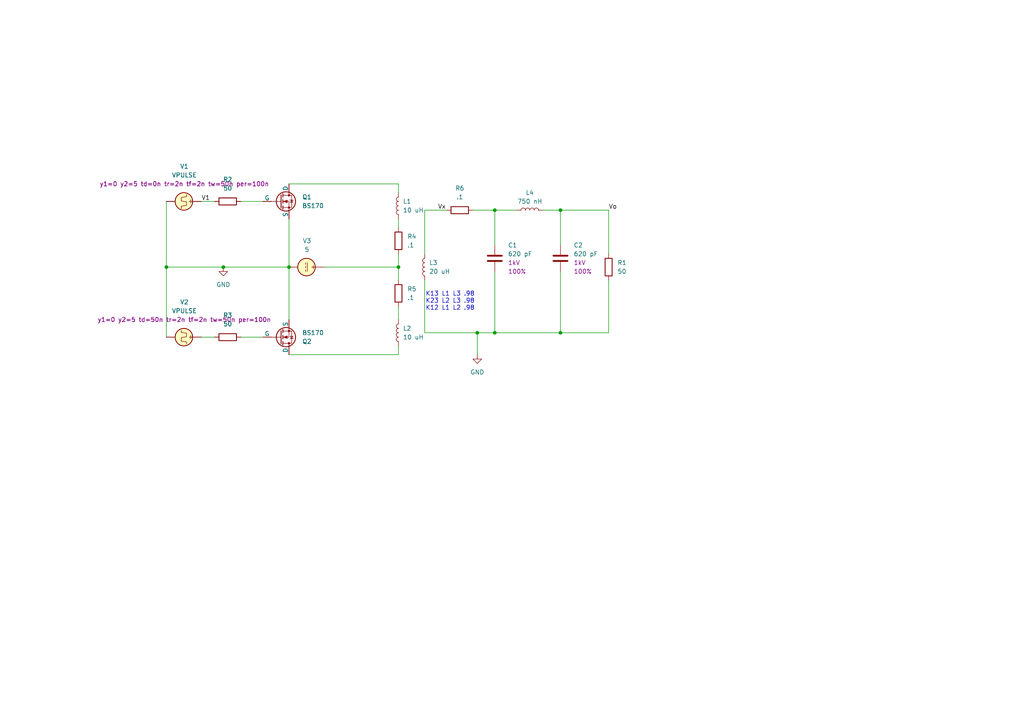
<source format=kicad_sch>
(kicad_sch (version 20231120) (generator "eeschema") (generator_version "8.0")
  (paper "A4")
  (lib_symbols
    (symbol "Device:R" (pin_numbers hide) (pin_names (offset 0))
      (property "Reference" "R" (at 2.032 0 90))
      (property "Value" "R" (at 0 0 90))
      (symbol "R_0_1"
        (rectangle (start -1.016 -2.54) (end 1.016 2.54) (stroke (width 0.254)))
      )
      (symbol "R_1_1"
        (pin passive line (at 0 3.81 270) (length 1.27) (name "~") (number "1"))
        (pin passive line (at 0 -3.81 90) (length 1.27) (name "~") (number "2"))
      )
    )
    (symbol "Simulation_SPICE:NMOS" (pin_numbers hide) (pin_names (offset 0))
      (property "Reference" "Q" (at 5.08 1.27 0))
      (property "Value" "NMOS" (at 5.08 -1.27 0))
      (symbol "NMOS_0_1"
        (polyline (pts (xy 0.254 0) (xy -2.54 0)))
        (polyline (pts (xy 0.254 1.905) (xy 0.254 -1.905)) (stroke (width 0.254)))
        (polyline (pts (xy 0.762 -1.27) (xy 0.762 -2.286)) (stroke (width 0.254)))
        (polyline (pts (xy 0.762 0.508) (xy 0.762 -0.508)) (stroke (width 0.254)))
        (polyline (pts (xy 0.762 2.286) (xy 0.762 1.27)) (stroke (width 0.254)))
        (polyline (pts (xy 2.54 2.54) (xy 2.54 1.778)))
        (polyline (pts (xy 2.54 -2.54) (xy 2.54 0) (xy 0.762 0)))
        (polyline (pts (xy 0.762 -1.778) (xy 3.302 -1.778) (xy 3.302 1.778) (xy 0.762 1.778)))
        (polyline (pts (xy 1.016 0) (xy 2.032 0.381) (xy 2.032 -0.381) (xy 1.016 0)) (fill (type outline)))
        (polyline (pts (xy 2.794 0.508) (xy 2.921 0.381) (xy 3.683 0.381) (xy 3.81 0.254)))
        (polyline (pts (xy 3.302 0.381) (xy 2.921 -0.254) (xy 3.683 -0.254) (xy 3.302 0.381)))
        (circle (center 1.651 0) (radius 2.794) (stroke (width 0.254)))
        (circle (center 2.54 -1.778) (radius 0.254) (fill (type outline)))
        (circle (center 2.54 1.778) (radius 0.254) (fill (type outline)))
      )
      (symbol "NMOS_1_1"
        (pin passive line (at 2.54 5.08 270) (length 2.54) (name "D") (number "1"))
        (pin input line (at -5.08 0 0) (length 2.54) (name "G") (number "2"))
        (pin passive line (at 2.54 -5.08 90) (length 2.54) (name "S") (number "3"))
      )
    )
    (symbol "Simulation_SPICE:VDC" (pin_numbers hide) (pin_names (offset 0.0254))
      (property "Reference" "V" (at 2.54 2.54 0))
      (property "Value" "1" (at 2.54 0 0))
      (symbol "VDC_0_0"
        (polyline (pts (xy -1.27 0.254) (xy 1.27 0.254)))
        (polyline (pts (xy -0.762 -0.254) (xy -1.27 -0.254)))
        (polyline (pts (xy 0.254 -0.254) (xy -0.254 -0.254)))
        (polyline (pts (xy 1.27 -0.254) (xy 0.762 -0.254)))
        (text "+" (at 0 1.905 0) (effects (font (size 1.27 1.27))))
      )
      (symbol "VDC_0_1"
        (circle (center 0 0) (radius 2.54) (stroke (width 0.254)) (fill (type background)))
      )
      (symbol "VDC_1_1"
        (pin passive line (at 0 5.08 270) (length 2.54) (name "~") (number "1"))
        (pin passive line (at 0 -5.08 90) (length 2.54) (name "~") (number "2"))
      )
    )
    (symbol "Simulation_SPICE:VPULSE" (pin_numbers hide) (pin_names (offset 0.0254))
      (property "Reference" "V" (at 2.54 2.54 0))
      (property "Value" "VPULSE" (at 2.54 0 0))
      (property "Sim.Params" "y1=0 y2=1 td=2n tr=2n tf=2n tw=50n per=100n" (at 2.54 -2.54 0))
      (symbol "VPULSE_0_0"
        (polyline (pts (xy -2.032 -0.762) (xy -1.397 -0.762) (xy -1.143 0.762) (xy -0.127 0.762) (xy 0.127 -0.762) (xy 1.143 -0.762) (xy 1.397 0.762) (xy 2.032 0.762)))
        (text "+" (at 0 1.905 0) (effects (font (size 1.27 1.27))))
      )
      (symbol "VPULSE_0_1"
        (circle (center 0 0) (radius 2.54) (stroke (width 0.254)) (fill (type background)))
      )
      (symbol "VPULSE_1_1"
        (pin passive line (at 0 5.08 270) (length 2.54) (name "~") (number "1"))
        (pin passive line (at 0 -5.08 90) (length 2.54) (name "~") (number "2"))
      )
    )
    (symbol "SparkFun-Capacitor:C" (pin_numbers hide) (pin_names (offset 0.254))
      (property "Reference" "C" (at 0.635 2.54 0))
      (property "Value" "C" (at 0.635 -2.54 0))
      (property "Voltage" "1kV" (at 0 -6.35 0))
      (property "Tolerance" "100%" (at 0 -8.89 0))
      (symbol "C_0_1"
        (polyline (pts (xy -2.032 -0.762) (xy 2.032 -0.762)) (stroke (width 0.508)))
        (polyline (pts (xy -2.032 0.762) (xy 2.032 0.762)) (stroke (width 0.508)))
      )
      (symbol "C_1_1"
        (pin passive line (at 0 3.81 270) (length 2.794) (name "~") (number "1"))
        (pin passive line (at 0 -3.81 90) (length 2.794) (name "~") (number "2"))
      )
    )
    (symbol "SparkFun-Coil:L" (pin_numbers hide) (pin_names (offset 1.016) hide)
      (property "Reference" "L" (at 0 -1.27 0))
      (property "Value" "L" (at 0 1.905 0))
      (symbol "L_0_1"
        (arc (start -1.27 0) (mid -1.905 0.6323) (end -2.54 0))
        (arc (start 0 0) (mid -0.635 0.6323) (end -1.27 0))
        (arc (start 1.27 0) (mid 0.635 0.6323) (end 0 0))
        (arc (start 2.54 0) (mid 1.905 0.6323) (end 1.27 0))
      )
      (symbol "L_1_1"
        (pin passive line (at -3.81 0 0) (length 1.27) (name "1") (number "1"))
        (pin passive line (at 3.81 0 180) (length 1.27) (name "2") (number "2"))
      )
    )
    (symbol "power:GND" (power) (pin_numbers hide) (pin_names (offset 0) hide)
      (property "Value" "GND" (at 0 -3.81 0))
      (symbol "GND_0_1"
        (polyline (pts (xy 0 0) (xy 0 -1.27) (xy 1.27 -1.27) (xy 0 -2.54) (xy -1.27 -1.27) (xy 0 -1.27)))
      )
      (symbol "GND_1_1"
        (pin power_in line (at 0 0 270) (length 0) (name "~") (number "1"))
      )
    )
  )
  (junction (at 115.57 77.47))
  (junction (at 143.51 96.52))
  (junction (at 83.82 77.47))
  (junction (at 162.56 60.96))
  (junction (at 162.56 96.52))
  (junction (at 143.51 60.96))
  (junction (at 138.43 96.52))
  (junction (at 64.77 77.47))
  (junction (at 48.26 77.47))
  (wire (pts (xy 176.53 60.96) (xy 176.53 73.66)))
  (wire (pts (xy 115.57 53.34) (xy 115.57 55.88)))
  (wire (pts (xy 157.48 60.96) (xy 162.56 60.96)))
  (wire (pts (xy 83.82 77.47) (xy 83.82 92.71)))
  (wire (pts (xy 162.56 60.96) (xy 162.56 71.12)))
  (wire (pts (xy 48.26 77.47) (xy 64.77 77.47)))
  (wire (pts (xy 64.77 77.47) (xy 83.82 77.47)))
  (wire (pts (xy 58.42 58.42) (xy 62.23 58.42)))
  (wire (pts (xy 176.53 96.52) (xy 162.56 96.52)))
  (wire (pts (xy 93.98 77.47) (xy 115.57 77.47)))
  (wire (pts (xy 83.82 53.34) (xy 115.57 53.34)))
  (wire (pts (xy 143.51 96.52) (xy 138.43 96.52)))
  (wire (pts (xy 162.56 78.74) (xy 162.56 96.52)))
  (wire (pts (xy 143.51 71.12) (xy 143.51 60.96)))
  (wire (pts (xy 115.57 88.9) (xy 115.57 92.71)))
  (wire (pts (xy 115.57 100.33) (xy 115.57 102.87)))
  (wire (pts (xy 138.43 96.52) (xy 138.43 102.87)))
  (wire (pts (xy 115.57 73.66) (xy 115.57 77.47)))
  (wire (pts (xy 69.85 97.79) (xy 76.2 97.79)))
  (wire (pts (xy 162.56 60.96) (xy 176.53 60.96)))
  (wire (pts (xy 143.51 78.74) (xy 143.51 96.52)))
  (wire (pts (xy 83.82 63.5) (xy 83.82 77.47)))
  (wire (pts (xy 176.53 96.52) (xy 176.53 81.28)))
  (wire (pts (xy 48.26 58.42) (xy 48.26 77.47)))
  (wire (pts (xy 58.42 97.79) (xy 62.23 97.79)))
  (wire (pts (xy 69.85 58.42) (xy 76.2 58.42)))
  (wire (pts (xy 162.56 96.52) (xy 143.51 96.52)))
  (wire (pts (xy 123.19 96.52) (xy 123.19 81.28)))
  (wire (pts (xy 83.82 102.87) (xy 115.57 102.87)))
  (wire (pts (xy 123.19 73.66) (xy 123.19 60.96)))
  (wire (pts (xy 115.57 63.5) (xy 115.57 66.04)))
  (wire (pts (xy 123.19 60.96) (xy 129.54 60.96)))
  (wire (pts (xy 48.26 77.47) (xy 48.26 97.79)))
  (wire (pts (xy 123.19 96.52) (xy 138.43 96.52)))
  (wire (pts (xy 143.51 60.96) (xy 149.86 60.96)))
  (wire (pts (xy 137.16 60.96) (xy 143.51 60.96)))
  (wire (pts (xy 115.57 77.47) (xy 115.57 81.28)))
  (text "K13 L1 L3 .98\nK23 L2 L3 .98\nK12 L1 L2 .98" (at 130.556 87.376 0) (effects (font (size 1.27 1.27))))
  (label "V1" (at 58.42 58.42 0))
  (label "Vx" (at 127 60.96 0))
  (label "Vo" (at 176.53 60.96 0))
  (symbol (lib_id "SparkFun-Capacitor:C") (at 143.51 74.93 0) (unit 1)
    (property "Reference" "C1" (at 147.32 71.1199 0) (effects (justify left)))
    (property "Value" "620 pF" (at 147.32 73.6599 0) (effects (justify left)))
    (property "Footprint" "SparkFun-Capacitor:C_0603_1608Metric" (effects (hide yes)))
    (property "Datasheet" "https://cdn.sparkfun.com/assets/8/a/4/a/5/Kemet_Capacitor_Datasheet.pdf" (effects (hide yes)))
    (property "Description" "Unpolarized capacitor" (effects (hide yes)))
    (property "PROD_ID" "CAP-00000" (effects (hide yes)))
    (property "Voltage" "1kV" (at 147.32 76.1999 0) (effects (justify left)))
    (property "Tolerance" "100%" (at 147.32 78.7399 0) (effects (justify left)))
  )
  (symbol (lib_id "Device:R") (at 115.57 69.85 180) (unit 1)
    (property "Reference" "R4" (at 118.11 68.5799 0) (effects (justify right)))
    (property "Value" ".1" (at 118.11 71.1199 0) (effects (justify right)))
    (property "Description" "Resistor" (effects (hide yes)))
  )
  (symbol (lib_id "Simulation_SPICE:NMOS") (at 81.28 97.79 0) (mirror x) (unit 1)
    (property "Reference" "Q2" (at 87.63 99.0601 0) (effects (justify left)))
    (property "Value" "BS170" (at 87.63 96.5201 0) (effects (justify left)))
    (property "Datasheet" "https://ngspice.sourceforge.io/docs/ngspice-html-manual/manual.xhtml#cha_MOSFETs" (effects (hide yes)))
    (property "Description" "N-MOSFET transistor, drain/source/gate" (effects (hide yes)))
    (property "Sim.Device" "NMOS" (effects (hide yes)))
    (property "Sim.Type" "VDMOS" (effects (hide yes)))
    (property "Sim.Pins" "1=D 2=G 3=S" (effects (hide yes)))
    (property "Sim.Library" "/Users/jconrad/GitHub/KiCAD/spice/BS170.sub" (effects (hide yes)))
    (property "Sim.Name" "BS170" (effects (hide yes)))
  )
  (symbol (lib_id "SparkFun-Coil:L") (at 153.67 60.96 0) (unit 1)
    (property "Reference" "L4" (at 153.67 55.88 0))
    (property "Value" "750 nH" (at 153.67 58.42 0))
    (property "Footprint" "SparkFun-Capacitor:C_0805_2012Metric" (effects (hide yes)))
    (property "Description" "Inductor" (effects (hide yes)))
    (property "PROD_ID" "NDUC-" (effects (hide yes)))
  )
  (symbol (lib_id "SparkFun-Capacitor:C") (at 162.56 74.93 0) (unit 1)
    (property "Reference" "C2" (at 166.37 71.1199 0) (effects (justify left)))
    (property "Value" "620 pF" (at 166.37 73.6599 0) (effects (justify left)))
    (property "Footprint" "SparkFun-Capacitor:C_0603_1608Metric" (effects (hide yes)))
    (property "Datasheet" "https://cdn.sparkfun.com/assets/8/a/4/a/5/Kemet_Capacitor_Datasheet.pdf" (effects (hide yes)))
    (property "Description" "Unpolarized capacitor" (effects (hide yes)))
    (property "PROD_ID" "CAP-00000" (effects (hide yes)))
    (property "Voltage" "1kV" (at 166.37 76.1999 0) (effects (justify left)))
    (property "Tolerance" "100%" (at 166.37 78.7399 0) (effects (justify left)))
  )
  (symbol (lib_id "Device:R") (at 133.35 60.96 90) (unit 1)
    (property "Reference" "R6" (at 133.35 54.61 90))
    (property "Value" ".1" (at 133.35 57.15 90))
    (property "Description" "Resistor" (effects (hide yes)))
  )
  (symbol (lib_id "Simulation_SPICE:NMOS") (at 81.28 58.42 0) (unit 1)
    (property "Reference" "Q1" (at 87.63 57.1499 0) (effects (justify left)))
    (property "Value" "BS170" (at 87.63 59.6899 0) (effects (justify left)))
    (property "Datasheet" "https://ngspice.sourceforge.io/docs/ngspice-html-manual/manual.xhtml#cha_MOSFETs" (effects (hide yes)))
    (property "Description" "N-MOSFET transistor, drain/source/gate" (effects (hide yes)))
    (property "Sim.Device" "NMOS" (effects (hide yes)))
    (property "Sim.Type" "VDMOS" (effects (hide yes)))
    (property "Sim.Pins" "1=D 2=G 3=S" (effects (hide yes)))
    (property "Sim.Library" "/Users/jconrad/GitHub/KiCAD/spice/BS170.sub" (effects (hide yes)))
    (property "Sim.Name" "BS170" (effects (hide yes)))
  )
  (symbol (lib_id "SparkFun-Coil:L") (at 123.19 77.47 90) (unit 1)
    (property "Reference" "L3" (at 124.46 76.1999 90) (effects (justify right)))
    (property "Value" "20 uH" (at 124.46 78.7399 90) (effects (justify right)))
    (property "Footprint" "SparkFun-Capacitor:C_0805_2012Metric" (effects (hide yes)))
    (property "Description" "Inductor" (effects (hide yes)))
    (property "PROD_ID" "NDUC-" (effects (hide yes)))
  )
  (symbol (lib_id "Simulation_SPICE:VPULSE") (at 53.34 97.79 270) (unit 1)
    (property "Reference" "V2" (at 53.4698 87.63 90))
    (property "Value" "VPULSE" (at 53.4698 90.17 90))
    (property "Datasheet" "https://ngspice.sourceforge.io/docs/ngspice-html-manual/manual.xhtml#sec_Independent_Sources_for" (effects (hide yes)))
    (property "Description" "Voltage source, pulse" (effects (hide yes)))
    (property "Sim.Pins" "1=+ 2=-" (effects (hide yes)))
    (property "Sim.Type" "PULSE" (effects (hide yes)))
    (property "Sim.Device" "V" (effects (hide yes)))
    (property "Sim.Params" "y1=0 y2=5 td=50n tr=2n tf=2n tw=50n per=100n" (at 53.4698 92.71 90))
  )
  (symbol (lib_id "Simulation_SPICE:VPULSE") (at 53.34 58.42 270) (mirror x) (unit 1)
    (property "Reference" "V1" (at 53.4698 48.26 90))
    (property "Value" "VPULSE" (at 53.4698 50.8 90))
    (property "Datasheet" "https://ngspice.sourceforge.io/docs/ngspice-html-manual/manual.xhtml#sec_Independent_Sources_for" (effects (hide yes)))
    (property "Description" "Voltage source, pulse" (effects (hide yes)))
    (property "Sim.Pins" "1=+ 2=-" (effects (hide yes)))
    (property "Sim.Type" "PULSE" (effects (hide yes)))
    (property "Sim.Device" "V" (effects (hide yes)))
    (property "Sim.Params" "y1=0 y2=5 td=0n tr=2n tf=2n tw=50n per=100n" (at 53.4698 53.34 90))
  )
  (symbol (lib_id "Device:R") (at 66.04 97.79 90) (unit 1)
    (property "Reference" "R3" (at 66.04 91.44 90))
    (property "Value" "50" (at 66.04 93.98 90))
    (property "Description" "Resistor" (effects (hide yes)))
  )
  (symbol (lib_id "SparkFun-Coil:L") (at 115.57 59.69 90) (unit 1)
    (property "Reference" "L1" (at 116.84 58.4199 90) (effects (justify right)))
    (property "Value" "10 uH" (at 116.84 60.9599 90) (effects (justify right)))
    (property "Footprint" "SparkFun-Capacitor:C_0805_2012Metric" (effects (hide yes)))
    (property "Description" "Inductor" (effects (hide yes)))
    (property "PROD_ID" "NDUC-" (effects (hide yes)))
  )
  (symbol (lib_id "Device:R") (at 176.53 77.47 0) (unit 1)
    (property "Reference" "R1" (at 179.07 76.1999 0) (effects (justify left)))
    (property "Value" "50" (at 179.07 78.7399 0) (effects (justify left)))
    (property "Description" "Resistor" (effects (hide yes)))
  )
  (symbol (lib_id "power:GND") (at 64.77 77.47 0) (unit 1)
    (property "Reference" "#PWR01" (effects (hide yes)))
    (property "Value" "GND" (at 64.77 82.55 0))
    (property "Description" "Power symbol creates a global label with name \"GND\" , ground" (effects (hide yes)))
  )
  (symbol (lib_id "Device:R") (at 115.57 85.09 180) (unit 1)
    (property "Reference" "R5" (at 118.11 83.8199 0) (effects (justify right)))
    (property "Value" ".1" (at 118.11 86.3599 0) (effects (justify right)))
    (property "Description" "Resistor" (effects (hide yes)))
  )
  (symbol (lib_id "Simulation_SPICE:VDC") (at 88.9 77.47 270) (unit 1)
    (property "Reference" "V3" (at 89.0298 69.85 90))
    (property "Value" "5" (at 89.0298 72.39 90))
    (property "Datasheet" "https://ngspice.sourceforge.io/docs/ngspice-html-manual/manual.xhtml#sec_Independent_Sources_for" (effects (hide yes)))
    (property "Description" "Voltage source, DC" (effects (hide yes)))
    (property "Sim.Pins" "1=+ 2=-" (effects (hide yes)))
    (property "Sim.Type" "DC" (effects (hide yes)))
    (property "Sim.Device" "V" (effects (hide yes)))
  )
  (symbol (lib_id "power:GND") (at 138.43 102.87 0) (unit 1)
    (property "Reference" "#PWR02" (effects (hide yes)))
    (property "Value" "GND" (at 138.43 107.95 0))
    (property "Description" "Power symbol creates a global label with name \"GND\" , ground" (effects (hide yes)))
  )
  (symbol (lib_id "Device:R") (at 66.04 58.42 90) (unit 1)
    (property "Reference" "R2" (at 66.04 52.07 90))
    (property "Value" "50" (at 66.04 54.61 90))
    (property "Description" "Resistor" (effects (hide yes)))
  )
  (symbol (lib_id "SparkFun-Coil:L") (at 115.57 96.52 90) (unit 1)
    (property "Reference" "L2" (at 116.84 95.2499 90) (effects (justify right)))
    (property "Value" "10 uH" (at 116.84 97.7899 90) (effects (justify right)))
    (property "Footprint" "SparkFun-Capacitor:C_0805_2012Metric" (effects (hide yes)))
    (property "Description" "Inductor" (effects (hide yes)))
    (property "PROD_ID" "NDUC-" (effects (hide yes)))
  )
)
</source>
